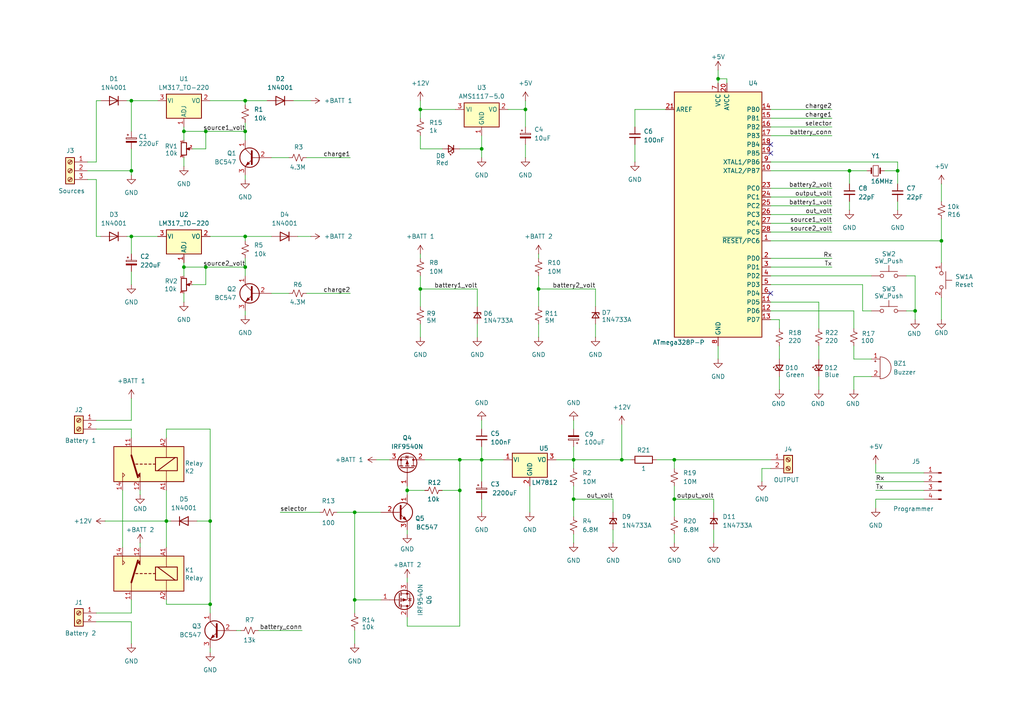
<source format=kicad_sch>
(kicad_sch (version 20231120) (generator "eeschema") (generator_version "8.0")
  (paper "A4")
  (junction (at 38.1 49.53))
  (junction (at 71.12 77.47))
  (junction (at 118.11 142.24))
  (junction (at 195.58 133.35))
  (junction (at 166.37 144.78))
  (junction (at 59.69 38.1))
  (junction (at 71.12 38.1))
  (junction (at 156.21 83.82))
  (junction (at 71.12 68.58))
  (junction (at 139.7 133.35))
  (junction (at 133.35 133.35))
  (junction (at 121.92 31.75))
  (junction (at 195.58 144.78))
  (junction (at 53.34 77.47))
  (junction (at 180.34 133.35))
  (junction (at 71.12 29.21))
  (junction (at 48.26 151.13))
  (junction (at 265.43 90.17))
  (junction (at 60.96 175.26))
  (junction (at 133.35 142.24))
  (junction (at 121.92 83.82))
  (junction (at 260.35 49.53))
  (junction (at 208.28 22.86))
  (junction (at 102.87 173.99))
  (junction (at 59.69 77.47))
  (junction (at 152.4 31.75))
  (junction (at 38.1 29.21))
  (junction (at 38.1 68.58))
  (junction (at 60.96 151.13))
  (junction (at 53.34 38.1))
  (junction (at 166.37 133.35))
  (junction (at 139.7 43.18))
  (junction (at 102.87 148.59))
  (junction (at 246.38 49.53))
  (junction (at 273.05 69.85))
  (no_connect (at 223.52 41.91))
  (no_connect (at 223.52 85.09))
  (no_connect (at 223.52 44.45))
  (wire (pts (xy 48.26 142.24) (xy 48.26 151.13)))
  (wire (pts (xy 265.43 90.17) (xy 265.43 92.71)))
  (wire (pts (xy 262.89 80.01) (xy 265.43 80.01)))
  (wire (pts (xy 195.58 154.94) (xy 195.58 157.48)))
  (wire (pts (xy 247.65 109.22) (xy 247.65 113.03)))
  (wire (pts (xy 208.28 100.33) (xy 208.28 104.14)))
  (wire (pts (xy 48.26 127) (xy 48.26 124.46)))
  (wire (pts (xy 38.1 29.21) (xy 45.72 29.21)))
  (wire (pts (xy 195.58 144.78) (xy 195.58 149.86)))
  (wire (pts (xy 184.15 41.91) (xy 184.15 46.99)))
  (wire (pts (xy 55.88 43.18) (xy 59.69 43.18)))
  (wire (pts (xy 195.58 133.35) (xy 223.52 133.35)))
  (wire (pts (xy 152.4 29.21) (xy 152.4 31.75)))
  (wire (pts (xy 48.26 151.13) (xy 48.26 158.75)))
  (wire (pts (xy 273.05 69.85) (xy 273.05 76.2)))
  (wire (pts (xy 252.73 109.22) (xy 247.65 109.22)))
  (wire (pts (xy 195.58 140.97) (xy 195.58 144.78)))
  (wire (pts (xy 118.11 181.61) (xy 133.35 181.61)))
  (wire (pts (xy 128.27 142.24) (xy 133.35 142.24)))
  (wire (pts (xy 121.92 73.66) (xy 121.92 74.93)))
  (wire (pts (xy 138.43 88.9) (xy 138.43 83.82)))
  (wire (pts (xy 190.5 133.35) (xy 195.58 133.35)))
  (wire (pts (xy 223.52 69.85) (xy 273.05 69.85)))
  (wire (pts (xy 152.4 31.75) (xy 152.4 36.83)))
  (wire (pts (xy 133.35 142.24) (xy 133.35 181.61)))
  (wire (pts (xy 25.4 46.99) (xy 27.94 46.99)))
  (wire (pts (xy 102.87 148.59) (xy 102.87 173.99)))
  (wire (pts (xy 237.49 87.63) (xy 237.49 95.25)))
  (wire (pts (xy 121.92 83.82) (xy 121.92 88.9)))
  (wire (pts (xy 121.92 83.82) (xy 138.43 83.82)))
  (wire (pts (xy 38.1 78.74) (xy 38.1 82.55)))
  (wire (pts (xy 121.92 80.01) (xy 121.92 83.82)))
  (wire (pts (xy 207.01 153.67) (xy 207.01 157.48)))
  (wire (pts (xy 27.94 46.99) (xy 27.94 29.21)))
  (wire (pts (xy 250.19 82.55) (xy 250.19 90.17)))
  (wire (pts (xy 273.05 69.85) (xy 273.05 63.5)))
  (wire (pts (xy 74.93 182.88) (xy 87.63 182.88)))
  (wire (pts (xy 223.52 80.01) (xy 252.73 80.01)))
  (wire (pts (xy 260.35 49.53) (xy 260.35 53.34)))
  (wire (pts (xy 118.11 142.24) (xy 118.11 143.51)))
  (wire (pts (xy 71.12 29.21) (xy 71.12 30.48)))
  (wire (pts (xy 88.9 85.09) (xy 101.6 85.09)))
  (wire (pts (xy 223.52 74.93) (xy 241.3 74.93)))
  (wire (pts (xy 71.12 35.56) (xy 71.12 38.1)))
  (wire (pts (xy 237.49 109.22) (xy 237.49 113.03)))
  (wire (pts (xy 102.87 173.99) (xy 110.49 173.99)))
  (wire (pts (xy 139.7 43.18) (xy 139.7 39.37)))
  (wire (pts (xy 38.1 68.58) (xy 45.72 68.58)))
  (wire (pts (xy 48.26 151.13) (xy 49.53 151.13)))
  (wire (pts (xy 193.04 31.75) (xy 184.15 31.75)))
  (wire (pts (xy 223.52 67.31) (xy 241.3 67.31)))
  (wire (pts (xy 71.12 74.93) (xy 71.12 77.47)))
  (wire (pts (xy 53.34 38.1) (xy 53.34 40.64)))
  (wire (pts (xy 71.12 29.21) (xy 77.47 29.21)))
  (wire (pts (xy 195.58 133.35) (xy 195.58 135.89)))
  (wire (pts (xy 109.22 133.35) (xy 113.03 133.35)))
  (wire (pts (xy 133.35 43.18) (xy 139.7 43.18)))
  (wire (pts (xy 27.94 177.8) (xy 38.1 177.8)))
  (wire (pts (xy 156.21 73.66) (xy 156.21 74.93)))
  (wire (pts (xy 223.52 135.89) (xy 220.98 135.89)))
  (wire (pts (xy 38.1 49.53) (xy 38.1 50.8)))
  (wire (pts (xy 59.69 38.1) (xy 71.12 38.1)))
  (wire (pts (xy 207.01 144.78) (xy 207.01 148.59)))
  (wire (pts (xy 83.82 45.72) (xy 78.74 45.72)))
  (wire (pts (xy 133.35 133.35) (xy 139.7 133.35)))
  (wire (pts (xy 40.64 157.48) (xy 40.64 158.75)))
  (wire (pts (xy 254 144.78) (xy 254 147.32)))
  (wire (pts (xy 166.37 140.97) (xy 166.37 144.78)))
  (wire (pts (xy 78.74 85.09) (xy 83.82 85.09)))
  (wire (pts (xy 166.37 121.92) (xy 166.37 124.46)))
  (wire (pts (xy 60.96 175.26) (xy 60.96 177.8)))
  (wire (pts (xy 139.7 133.35) (xy 139.7 139.7)))
  (wire (pts (xy 267.97 137.16) (xy 254 137.16)))
  (wire (pts (xy 38.1 121.92) (xy 38.1 115.57)))
  (wire (pts (xy 220.98 135.89) (xy 220.98 139.7)))
  (wire (pts (xy 223.52 36.83) (xy 241.3 36.83)))
  (wire (pts (xy 53.34 38.1) (xy 59.69 38.1)))
  (wire (pts (xy 53.34 77.47) (xy 59.69 77.47)))
  (wire (pts (xy 123.19 133.35) (xy 133.35 133.35)))
  (wire (pts (xy 27.94 121.92) (xy 38.1 121.92)))
  (wire (pts (xy 102.87 148.59) (xy 110.49 148.59)))
  (wire (pts (xy 71.12 38.1) (xy 71.12 40.64)))
  (wire (pts (xy 208.28 22.86) (xy 210.82 22.86)))
  (wire (pts (xy 86.36 68.58) (xy 90.17 68.58)))
  (wire (pts (xy 226.06 100.33) (xy 226.06 104.14)))
  (wire (pts (xy 25.4 49.53) (xy 38.1 49.53)))
  (wire (pts (xy 246.38 58.42) (xy 246.38 60.96)))
  (wire (pts (xy 156.21 83.82) (xy 156.21 88.9)))
  (wire (pts (xy 156.21 93.98) (xy 156.21 97.79)))
  (wire (pts (xy 247.65 104.14) (xy 252.73 104.14)))
  (wire (pts (xy 208.28 20.32) (xy 208.28 22.86)))
  (wire (pts (xy 60.96 187.96) (xy 60.96 189.23)))
  (wire (pts (xy 38.1 124.46) (xy 38.1 127)))
  (wire (pts (xy 139.7 121.92) (xy 139.7 124.46)))
  (wire (pts (xy 118.11 140.97) (xy 118.11 142.24)))
  (wire (pts (xy 139.7 43.18) (xy 139.7 45.72)))
  (wire (pts (xy 118.11 153.67) (xy 118.11 154.94)))
  (wire (pts (xy 267.97 139.7) (xy 254 139.7)))
  (wire (pts (xy 57.15 151.13) (xy 60.96 151.13)))
  (wire (pts (xy 267.97 144.78) (xy 254 144.78)))
  (wire (pts (xy 237.49 100.33) (xy 237.49 104.14)))
  (wire (pts (xy 121.92 43.18) (xy 121.92 39.37)))
  (wire (pts (xy 223.52 87.63) (xy 237.49 87.63)))
  (wire (pts (xy 35.56 142.24) (xy 35.56 158.75)))
  (wire (pts (xy 172.72 93.98) (xy 172.72 97.79)))
  (wire (pts (xy 71.12 77.47) (xy 71.12 80.01)))
  (wire (pts (xy 60.96 68.58) (xy 71.12 68.58)))
  (wire (pts (xy 38.1 43.18) (xy 38.1 49.53)))
  (wire (pts (xy 223.52 31.75) (xy 241.3 31.75)))
  (wire (pts (xy 38.1 29.21) (xy 38.1 38.1)))
  (wire (pts (xy 247.65 90.17) (xy 247.65 95.25)))
  (wire (pts (xy 121.92 29.21) (xy 121.92 31.75)))
  (wire (pts (xy 161.29 133.35) (xy 166.37 133.35)))
  (wire (pts (xy 166.37 133.35) (xy 166.37 135.89)))
  (wire (pts (xy 152.4 41.91) (xy 152.4 45.72)))
  (wire (pts (xy 59.69 82.55) (xy 59.69 77.47)))
  (wire (pts (xy 60.96 124.46) (xy 60.96 151.13)))
  (wire (pts (xy 53.34 45.72) (xy 53.34 48.26)))
  (wire (pts (xy 166.37 144.78) (xy 166.37 149.86)))
  (wire (pts (xy 262.89 90.17) (xy 265.43 90.17)))
  (wire (pts (xy 166.37 144.78) (xy 177.8 144.78)))
  (wire (pts (xy 97.79 148.59) (xy 102.87 148.59)))
  (wire (pts (xy 226.06 92.71) (xy 226.06 95.25)))
  (wire (pts (xy 139.7 129.54) (xy 139.7 133.35)))
  (wire (pts (xy 156.21 83.82) (xy 172.72 83.82)))
  (wire (pts (xy 60.96 175.26) (xy 48.26 175.26)))
  (wire (pts (xy 30.48 151.13) (xy 48.26 151.13)))
  (wire (pts (xy 138.43 93.98) (xy 138.43 97.79)))
  (wire (pts (xy 139.7 133.35) (xy 146.05 133.35)))
  (wire (pts (xy 38.1 173.99) (xy 38.1 177.8)))
  (wire (pts (xy 38.1 180.34) (xy 38.1 186.69)))
  (wire (pts (xy 48.26 175.26) (xy 48.26 173.99)))
  (wire (pts (xy 60.96 29.21) (xy 71.12 29.21)))
  (wire (pts (xy 223.52 62.23) (xy 241.3 62.23)))
  (wire (pts (xy 223.52 54.61) (xy 241.3 54.61)))
  (wire (pts (xy 123.19 142.24) (xy 118.11 142.24)))
  (wire (pts (xy 71.12 50.8) (xy 71.12 52.07)))
  (wire (pts (xy 223.52 77.47) (xy 241.3 77.47)))
  (wire (pts (xy 36.83 68.58) (xy 38.1 68.58)))
  (wire (pts (xy 246.38 49.53) (xy 251.46 49.53)))
  (wire (pts (xy 208.28 22.86) (xy 208.28 24.13)))
  (wire (pts (xy 27.94 29.21) (xy 29.21 29.21)))
  (wire (pts (xy 71.12 68.58) (xy 78.74 68.58)))
  (wire (pts (xy 55.88 82.55) (xy 59.69 82.55)))
  (wire (pts (xy 247.65 100.33) (xy 247.65 104.14)))
  (wire (pts (xy 59.69 77.47) (xy 71.12 77.47)))
  (wire (pts (xy 156.21 80.01) (xy 156.21 83.82)))
  (wire (pts (xy 166.37 154.94) (xy 166.37 157.48)))
  (wire (pts (xy 223.52 82.55) (xy 250.19 82.55)))
  (wire (pts (xy 60.96 151.13) (xy 60.96 175.26)))
  (wire (pts (xy 71.12 68.58) (xy 71.12 69.85)))
  (wire (pts (xy 81.28 148.59) (xy 92.71 148.59)))
  (wire (pts (xy 133.35 142.24) (xy 133.35 133.35)))
  (wire (pts (xy 27.94 124.46) (xy 38.1 124.46)))
  (wire (pts (xy 121.92 31.75) (xy 121.92 34.29)))
  (wire (pts (xy 132.08 31.75) (xy 121.92 31.75)))
  (wire (pts (xy 250.19 90.17) (xy 252.73 90.17)))
  (wire (pts (xy 36.83 29.21) (xy 38.1 29.21)))
  (wire (pts (xy 267.97 142.24) (xy 254 142.24)))
  (wire (pts (xy 273.05 58.42) (xy 273.05 53.34)))
  (wire (pts (xy 85.09 29.21) (xy 90.17 29.21)))
  (wire (pts (xy 102.87 182.88) (xy 102.87 186.69)))
  (wire (pts (xy 139.7 144.78) (xy 139.7 148.59)))
  (wire (pts (xy 53.34 85.09) (xy 53.34 87.63)))
  (wire (pts (xy 177.8 144.78) (xy 177.8 148.59)))
  (wire (pts (xy 260.35 49.53) (xy 256.54 49.53)))
  (wire (pts (xy 260.35 58.42) (xy 260.35 60.96)))
  (wire (pts (xy 184.15 31.75) (xy 184.15 36.83)))
  (wire (pts (xy 223.52 46.99) (xy 260.35 46.99)))
  (wire (pts (xy 223.52 49.53) (xy 246.38 49.53)))
  (wire (pts (xy 223.52 64.77) (xy 241.3 64.77)))
  (wire (pts (xy 53.34 77.47) (xy 53.34 80.01)))
  (wire (pts (xy 166.37 129.54) (xy 166.37 133.35)))
  (wire (pts (xy 195.58 144.78) (xy 207.01 144.78)))
  (wire (pts (xy 166.37 133.35) (xy 180.34 133.35)))
  (wire (pts (xy 172.72 83.82) (xy 172.72 88.9)))
  (wire (pts (xy 223.52 92.71) (xy 226.06 92.71)))
  (wire (pts (xy 128.27 43.18) (xy 121.92 43.18)))
  (wire (pts (xy 273.05 86.36) (xy 273.05 92.71)))
  (wire (pts (xy 265.43 80.01) (xy 265.43 90.17)))
  (wire (pts (xy 71.12 90.17) (xy 71.12 91.44)))
  (wire (pts (xy 27.94 52.07) (xy 27.94 68.58)))
  (wire (pts (xy 102.87 173.99) (xy 102.87 177.8)))
  (wire (pts (xy 121.92 93.98) (xy 121.92 97.79)))
  (wire (pts (xy 226.06 109.22) (xy 226.06 113.03)))
  (wire (pts (xy 246.38 49.53) (xy 246.38 53.34)))
  (wire (pts (xy 25.4 52.07) (xy 27.94 52.07)))
  (wire (pts (xy 153.67 140.97) (xy 153.67 148.59)))
  (wire (pts (xy 48.26 124.46) (xy 60.96 124.46)))
  (wire (pts (xy 118.11 181.61) (xy 118.11 179.07)))
  (wire (pts (xy 88.9 45.72) (xy 101.6 45.72)))
  (wire (pts (xy 210.82 22.86) (xy 210.82 24.13)))
  (wire (pts (xy 38.1 68.58) (xy 38.1 73.66)))
  (wire (pts (xy 27.94 68.58) (xy 29.21 68.58)))
  (wire (pts (xy 254 134.62) (xy 254 137.16)))
  (wire (pts (xy 223.52 90.17) (xy 247.65 90.17)))
  (wire (pts (xy 68.58 182.88) (xy 69.85 182.88)))
  (wire (pts (xy 260.35 46.99) (xy 260.35 49.53)))
  (wire (pts (xy 223.52 39.37) (xy 241.3 39.37)))
  (wire (pts (xy 223.52 57.15) (xy 241.3 57.15)))
  (wire (pts (xy 223.52 59.69) (xy 241.3 59.69)))
  (wire (pts (xy 147.32 31.75) (xy 152.4 31.75)))
  (wire (pts (xy 180.34 133.35) (xy 182.88 133.35)))
  (wire (pts (xy 59.69 43.18) (xy 59.69 38.1)))
  (wire (pts (xy 53.34 76.2) (xy 53.34 77.47)))
  (wire (pts (xy 118.11 167.64) (xy 118.11 168.91)))
  (wire (pts (xy 53.34 36.83) (xy 53.34 38.1)))
  (wire (pts (xy 27.94 180.34) (xy 38.1 180.34)))
  (wire (pts (xy 177.8 153.67) (xy 177.8 157.48)))
  (wire (pts (xy 223.52 34.29) (xy 241.3 34.29)))
  (wire (pts (xy 180.34 123.19) (xy 180.34 133.35)))
  (wire (pts (xy 40.64 143.51) (xy 40.64 142.24)))
  (label "Tx" (at 254 142.24 0))
  (label "source2_volt" (at 71.12 77.47 180))
  (label "source2_volt" (at 241.3 67.31 180))
  (label "battery1_volt" (at 241.3 59.69 180))
  (label "battery_conn" (at 241.3 39.37 180))
  (label "selector" (at 81.28 148.59 0))
  (label "battery1_volt" (at 138.43 83.82 180))
  (label "out_volt" (at 241.3 62.23 180))
  (label "charge1" (at 101.6 45.72 180))
  (label "source1_volt" (at 71.12 38.1 180))
  (label "source1_volt" (at 241.3 64.77 180))
  (label "out_volt" (at 177.8 144.78 180))
  (label "charge1" (at 241.3 34.29 180))
  (label "battery_conn" (at 87.63 182.88 180))
  (label "charge2" (at 241.3 31.75 180))
  (label "Tx" (at 241.3 77.47 180))
  (label "battery2_volt" (at 172.72 83.82 180))
  (label "output_volt" (at 241.3 57.15 180))
  (label "charge2" (at 101.6 85.09 180))
  (label "battery2_volt" (at 241.3 54.61 180))
  (label "Rx" (at 254 139.7 0))
  (label "Rx" (at 241.3 74.93 180))
  (label "selector" (at 241.3 36.83 180))
  (label "output_volt" (at 207.01 144.78 180))
  (symbol (lib_id "Connector:Screw_Terminal_01x03") (at 20.32 49.53 0) (mirror y) (unit 1)
    (property "Reference" "J3" (at 21.59 43.688 0) (effects (justify left)))
    (property "Value" "Sources" (at 24.638 55.372 0) (effects (justify left)))
    (property "Footprint" "TerminalBlock:TerminalBlock_bornier-3_P5.08mm" (effects (hide yes)))
    (property "Description" "Generic screw terminal, single row, 01x03, script generated (kicad-library-utils/schlib/autogen/connector/)" (effects (hide yes)))
  )
  (symbol (lib_id "Device:C_Polarized_Small") (at 152.4 39.37 0) (unit 1)
    (property "Reference" "C4" (at 154.94 37.5538 0) (effects (justify left)))
    (property "Value" "10uF" (at 154.94 40.0938 0) (effects (justify left)))
    (property "Footprint" "Capacitor_THT:CP_Radial_D6.3mm_P2.50mm" (effects (hide yes)))
    (property "Description" "Polarized capacitor, small symbol" (effects (hide yes)))
  )
  (symbol (lib_id "power:GND") (at 121.92 97.79 0) (unit 1)
    (property "Reference" "#PWR015" (effects (hide yes)))
    (property "Value" "GND" (at 121.92 102.87 0))
    (property "Description" "Power symbol creates a global label with name \"GND\" , ground" (effects (hide yes)))
  )
  (symbol (lib_id "power:GND") (at 102.87 186.69 0) (unit 1)
    (property "Reference" "#PWR022" (effects (hide yes)))
    (property "Value" "GND" (at 102.87 191.77 0))
    (property "Description" "Power symbol creates a global label with name \"GND\" , ground" (effects (hide yes)))
  )
  (symbol (lib_id "Transistor_BJT:BC547") (at 115.57 148.59 0) (unit 1)
    (property "Reference" "Q5" (at 120.396 150.368 0) (effects (justify left)))
    (property "Value" "BC547" (at 120.65 152.908 0) (effects (justify left)))
    (property "Footprint" "Package_TO_SOT_THT:TO-92_Inline" (effects (hide yes)))
    (property "Datasheet" "https://www.onsemi.com/pub/Collateral/BC550-D.pdf" (effects (hide yes)))
    (property "Description" "0.1A Ic, 45V Vce, Small Signal NPN Transistor, TO-92" (effects (hide yes)))
  )
  (symbol (lib_id "Device:R") (at 186.69 133.35 90) (unit 1)
    (property "Reference" "R21" (at 186.69 130.556 90))
    (property "Value" "1" (at 186.69 135.89 90))
    (property "Footprint" "Resistor_THT:R_Axial_Power_L20.0mm_W6.4mm_P30.48mm" (effects (hide yes)))
    (property "Description" "Resistor" (effects (hide yes)))
  )
  (symbol (lib_id "Regulator_Linear:AMS1117-5.0") (at 139.7 31.75 0) (unit 1)
    (property "Reference" "U3" (at 139.7 25.4 0))
    (property "Value" "AMS1117-5.0" (at 139.7 27.94 0))
    (property "Footprint" "Package_TO_SOT_SMD:SOT-223-3_TabPin2" (effects (hide yes)))
    (property "Datasheet" "http://www.advanced-monolithic.com/pdf/ds1117.pdf" (effects (hide yes)))
    (property "Description" "1A Low Dropout regulator, positive, 5.0V fixed output, SOT-223" (effects (hide yes)))
  )
  (symbol (lib_id "Diode:1N4001") (at 33.02 29.21 180) (unit 1)
    (property "Reference" "D1" (at 33.02 22.86 0))
    (property "Value" "1N4001" (at 33.02 25.4 0))
    (property "Footprint" "Diode_THT:D_DO-41_SOD81_P10.16mm_Horizontal" (effects (hide yes)))
    (property "Datasheet" "http://www.vishay.com/docs/88503/1n4001.pdf" (effects (hide yes)))
    (property "Description" "50V 1A General Purpose Rectifier Diode, DO-41" (effects (hide yes)))
    (property "Sim.Device" "D" (effects (hide yes)))
    (property "Sim.Pins" "1=K 2=A" (effects (hide yes)))
  )
  (symbol (lib_id "power:+BATT") (at 38.1 115.57 0) (unit 1)
    (property "Reference" "#PWR011" (effects (hide yes)))
    (property "Value" "+BATT 1" (at 38.1 110.49 0))
    (property "Description" "Power symbol creates a global label with name \"+BATT\"" (effects (hide yes)))
  )
  (symbol (lib_id "Connector:Screw_Terminal_01x02") (at 22.86 177.8 0) (mirror y) (unit 1)
    (property "Reference" "J1" (at 22.86 174.752 0))
    (property "Value" "Battery 2" (at 23.368 183.642 0))
    (property "Footprint" "TerminalBlock:TerminalBlock_bornier-2_P5.08mm" (effects (hide yes)))
    (property "Description" "Generic screw terminal, single row, 01x02, script generated (kicad-library-utils/schlib/autogen/connector/)" (effects (hide yes)))
  )
  (symbol (lib_id "power:GND") (at 139.7 121.92 180) (unit 1)
    (property "Reference" "#PWR033" (effects (hide yes)))
    (property "Value" "GND" (at 139.7 116.84 0))
    (property "Description" "Power symbol creates a global label with name \"GND\" , ground" (effects (hide yes)))
  )
  (symbol (lib_id "power:GND") (at 152.4 45.72 0) (unit 1)
    (property "Reference" "#PWR029" (effects (hide yes)))
    (property "Value" "GND" (at 152.4 50.8 0))
    (property "Description" "Power symbol creates a global label with name \"GND\" , ground" (effects (hide yes)))
  )
  (symbol (lib_id "power:+5V") (at 152.4 29.21 0) (unit 1)
    (property "Reference" "#PWR031" (effects (hide yes)))
    (property "Value" "+5V" (at 152.4 24.13 0))
    (property "Description" "Power symbol creates a global label with name \"+5V\"" (effects (hide yes)))
  )
  (symbol (lib_id "Switch:SW_Push") (at 257.81 80.01 0) (unit 1)
    (property "Reference" "SW2" (at 257.81 73.66 0))
    (property "Value" "SW_Push" (at 257.81 75.692 0))
    (property "Footprint" "Connector_PinHeader_2.00mm:PinHeader_2x01_P2.00mm_Vertical" (effects (hide yes)))
    (property "Description" "Push button switch, generic, two pins" (effects (hide yes)))
  )
  (symbol (lib_id "power:+BATT") (at 90.17 68.58 270) (unit 1)
    (property "Reference" "#PWR010" (effects (hide yes)))
    (property "Value" "+BATT 2" (at 93.98 68.5799 90) (effects (justify left)))
    (property "Description" "Power symbol creates a global label with name \"+BATT\"" (effects (hide yes)))
  )
  (symbol (lib_id "Device:D_Zener_Small") (at 138.43 91.44 270) (unit 1)
    (property "Reference" "D6" (at 140.208 90.932 90) (effects (justify left)))
    (property "Value" "1N4733A" (at 140.208 92.964 90) (effects (justify left)))
    (property "Footprint" "Diode_THT:D_A-405_P10.16mm_Horizontal" (effects (hide yes)))
    (property "Description" "Zener diode, small symbol" (effects (hide yes)))
  )
  (symbol (lib_id "power:+12V") (at 180.34 123.19 0) (unit 1)
    (property "Reference" "#PWR023" (effects (hide yes)))
    (property "Value" "+12V" (at 180.34 118.11 0))
    (property "Description" "Power symbol creates a global label with name \"+12V\"" (effects (hide yes)))
  )
  (symbol (lib_id "power:+5V") (at 254 134.62 0) (mirror y) (unit 1)
    (property "Reference" "#PWR042" (effects (hide yes)))
    (property "Value" "+5V" (at 254 129.54 0))
    (property "Description" "Power symbol creates a global label with name \"+5V\"" (effects (hide yes)))
  )
  (symbol (lib_id "Switch:SW_Push") (at 257.81 90.17 0) (unit 1)
    (property "Reference" "SW3" (at 257.81 83.82 0))
    (property "Value" "SW_Push" (at 257.81 85.852 0))
    (property "Footprint" "Connector_PinHeader_2.00mm:PinHeader_2x01_P2.00mm_Vertical" (effects (hide yes)))
    (property "Description" "Push button switch, generic, two pins" (effects (hide yes)))
  )
  (symbol (lib_id "Device:C_Polarized_Small") (at 139.7 142.24 0) (unit 1)
    (property "Reference" "C3" (at 142.24 140.4238 0) (effects (justify left)))
    (property "Value" "2200uF" (at 142.748 143.002 0) (effects (justify left)))
    (property "Footprint" "Capacitor_THT:CP_Radial_D6.3mm_P2.50mm" (effects (hide yes)))
    (property "Description" "Polarized capacitor, small symbol" (effects (hide yes)))
  )
  (symbol (lib_id "Device:C_Small") (at 260.35 55.88 0) (unit 1)
    (property "Reference" "C7" (at 262.89 54.6162 0) (effects (justify left)))
    (property "Value" "22pF" (at 262.89 57.1562 0) (effects (justify left)))
    (property "Footprint" "Capacitor_THT:C_Disc_D3.0mm_W1.6mm_P2.50mm" (effects (hide yes)))
    (property "Description" "Unpolarized capacitor, small symbol" (effects (hide yes)))
  )
  (symbol (lib_id "power:GND") (at 153.67 148.59 0) (unit 1)
    (property "Reference" "#PWR048" (effects (hide yes)))
    (property "Value" "GND" (at 153.67 153.67 0))
    (property "Description" "Power symbol creates a global label with name \"GND\" , ground" (effects (hide yes)))
  )
  (symbol (lib_id "Device:R_Small_US") (at 72.39 182.88 90) (unit 1)
    (property "Reference" "R7" (at 72.39 179.832 90))
    (property "Value" "13k" (at 72.39 185.674 90))
    (property "Footprint" "Resistor_THT:R_Axial_DIN0207_L6.3mm_D2.5mm_P10.16mm_Horizontal" (effects (hide yes)))
    (property "Description" "Resistor, small US symbol" (effects (hide yes)))
  )
  (symbol (lib_id "Switch:SW_Push_Dual_x2") (at 273.05 81.28 270) (unit 1)
    (property "Reference" "SW1" (at 279.654 80.264 90))
    (property "Value" "Reset" (at 279.654 82.55 90))
    (property "Footprint" "Button_Switch_THT:SW_PUSH_6mm_H4.3mm" (effects (hide yes)))
    (property "Description" "Push button switch, generic, separate symbols, four pins" (effects (hide yes)))
  )
  (symbol (lib_id "Device:R_Small_US") (at 166.37 152.4 0) (unit 1)
    (property "Reference" "R4" (at 168.91 151.1299 0) (effects (justify left)))
    (property "Value" "6.8M" (at 168.91 153.6699 0) (effects (justify left)))
    (property "Footprint" "Resistor_THT:R_Axial_DIN0207_L6.3mm_D2.5mm_P10.16mm_Horizontal" (effects (hide yes)))
    (property "Description" "Resistor, small US symbol" (effects (hide yes)))
  )
  (symbol (lib_id "power:+BATT") (at 109.22 133.35 90) (unit 1)
    (property "Reference" "#PWR027" (effects (hide yes)))
    (property "Value" "+BATT 1" (at 105.41 133.3499 90) (effects (justify left)))
    (property "Description" "Power symbol creates a global label with name \"+BATT\"" (effects (hide yes)))
  )
  (symbol (lib_id "Transistor_BJT:BC547") (at 73.66 85.09 0) (mirror y) (unit 1)
    (property "Reference" "Q2" (at 68.58 83.8199 0) (effects (justify left)))
    (property "Value" "BC547" (at 68.58 86.3599 0) (effects (justify left)))
    (property "Footprint" "Package_TO_SOT_THT:TO-92_Inline" (effects (hide yes)))
    (property "Datasheet" "https://www.onsemi.com/pub/Collateral/BC550-D.pdf" (effects (hide yes)))
    (property "Description" "0.1A Ic, 45V Vce, Small Signal NPN Transistor, TO-92" (effects (hide yes)))
  )
  (symbol (lib_id "power:GND") (at 53.34 87.63 0) (unit 1)
    (property "Reference" "#PWR06" (effects (hide yes)))
    (property "Value" "GND" (at 53.34 92.71 0))
    (property "Description" "Power symbol creates a global label with name \"GND\" , ground" (effects (hide yes)))
  )
  (symbol (lib_id "Transistor_BJT:BC547") (at 63.5 182.88 0) (mirror y) (unit 1)
    (property "Reference" "Q3" (at 58.42 181.6099 0) (effects (justify left)))
    (property "Value" "BC547" (at 58.42 184.1499 0) (effects (justify left)))
    (property "Footprint" "Package_TO_SOT_THT:TO-92_Inline" (effects (hide yes)))
    (property "Datasheet" "https://www.onsemi.com/pub/Collateral/BC550-D.pdf" (effects (hide yes)))
    (property "Description" "0.1A Ic, 45V Vce, Small Signal NPN Transistor, TO-92" (effects (hide yes)))
  )
  (symbol (lib_id "power:+5V") (at 208.28 20.32 0) (unit 1)
    (property "Reference" "#PWR038" (effects (hide yes)))
    (property "Value" "+5V" (at 208.28 16.51 0))
    (property "Description" "Power symbol creates a global label with name \"+5V\"" (effects (hide yes)))
  )
  (symbol (lib_id "power:GND") (at 38.1 186.69 0) (unit 1)
    (property "Reference" "#PWR08" (effects (hide yes)))
    (property "Value" "GND" (at 38.1 191.77 0))
    (property "Description" "Power symbol creates a global label with name \"GND\" , ground" (effects (hide yes)))
  )
  (symbol (lib_id "Device:Crystal_Small") (at 254 49.53 0) (unit 1)
    (property "Reference" "Y1" (at 254 45.212 0))
    (property "Value" "16MHz" (at 255.778 52.578 0))
    (property "Footprint" "Crystal:Crystal_HC18-U_Vertical" (effects (hide yes)))
    (property "Description" "Two pin crystal, small symbol" (effects (hide yes)))
  )
  (symbol (lib_id "power:GND") (at 260.35 60.96 0) (unit 1)
    (property "Reference" "#PWR037" (effects (hide yes)))
    (property "Value" "GND" (at 260.35 66.04 0))
    (property "Description" "Power symbol creates a global label with name \"GND\" , ground" (effects (hide yes)))
  )
  (symbol (lib_id "Connector:Screw_Terminal_01x02") (at 22.86 121.92 0) (mirror y) (unit 1)
    (property "Reference" "J2" (at 22.86 118.872 0))
    (property "Value" "Battery 1" (at 23.368 127.762 0))
    (property "Footprint" "TerminalBlock:TerminalBlock_bornier-2_P5.08mm" (effects (hide yes)))
    (property "Description" "Generic screw terminal, single row, 01x02, script generated (kicad-library-utils/schlib/autogen/connector/)" (effects (hide yes)))
  )
  (symbol (lib_id "Device:R_Small_US") (at 95.25 148.59 90) (unit 1)
    (property "Reference" "R13" (at 95.25 145.288 90))
    (property "Value" "100" (at 95.25 151.638 90))
    (property "Footprint" "Resistor_THT:R_Axial_DIN0207_L6.3mm_D2.5mm_P10.16mm_Horizontal" (effects (hide yes)))
    (property "Description" "Resistor, small US symbol" (effects (hide yes)))
  )
  (symbol (lib_id "MCU_Microchip_ATmega:ATmega328P-P") (at 208.28 62.23 0) (unit 1)
    (property "Reference" "U4" (at 218.44 24.13 0))
    (property "Value" "ATmega328P-P" (at 196.85 99.314 0))
    (property "Footprint" "Package_DIP:DIP-28_W7.62mm" (effects (hide yes)))
    (property "Datasheet" "http://ww1.microchip.com/downloads/en/DeviceDoc/ATmega328_P%20AVR%20MCU%20with%20picoPower%20Technology%20Data%20Sheet%2040001984A.pdf" (effects (hide yes)))
    (property "Description" "20MHz, 32kB Flash, 2kB SRAM, 1kB EEPROM, DIP-28" (effects (hide yes)))
  )
  (symbol (lib_id "power:GND") (at 184.15 46.99 0) (unit 1)
    (property "Reference" "#PWR034" (effects (hide yes)))
    (property "Value" "GND" (at 184.15 52.07 0))
    (property "Description" "Power symbol creates a global label with name \"GND\" , ground" (effects (hide yes)))
  )
  (symbol (lib_id "power:GND") (at 226.06 113.03 0) (unit 1)
    (property "Reference" "#PWR047" (effects (hide yes)))
    (property "Value" "GND" (at 227.838 117.094 0) (effects (justify right)))
    (property "Description" "Power symbol creates a global label with name \"GND\" , ground" (effects (hide yes)))
  )
  (symbol (lib_id "power:+BATT") (at 90.17 29.21 270) (unit 1)
    (property "Reference" "#PWR09" (effects (hide yes)))
    (property "Value" "+BATT 1" (at 93.98 29.2099 90) (effects (justify left)))
    (property "Description" "Power symbol creates a global label with name \"+BATT\"" (effects (hide yes)))
  )
  (symbol (lib_id "Device:R_Potentiometer_Small") (at 53.34 43.18 0) (unit 1)
    (property "Reference" "RV1" (at 51.562 42.418 0) (effects (justify right)))
    (property "Value" "10k" (at 51.562 44.45 0) (effects (justify right)))
    (property "Footprint" "Potentiometer_THT:Potentiometer_Runtron_RM-065_Vertical" (effects (hide yes)))
    (property "Description" "Potentiometer" (effects (hide yes)))
  )
  (symbol (lib_id "Device:R_Small_US") (at 125.73 142.24 90) (unit 1)
    (property "Reference" "R12" (at 125.984 139.954 90))
    (property "Value" "10k" (at 125.73 144.78 90))
    (property "Footprint" "Resistor_THT:R_Axial_DIN0207_L6.3mm_D2.5mm_P10.16mm_Horizontal" (effects (hide yes)))
    (property "Description" "Resistor, small US symbol" (effects (hide yes)))
  )
  (symbol (lib_id "power:+5V") (at 273.05 53.34 0) (unit 1)
    (property "Reference" "#PWR040" (effects (hide yes)))
    (property "Value" "+5V" (at 273.05 48.26 0))
    (property "Description" "Power symbol creates a global label with name \"+5V\"" (effects (hide yes)))
  )
  (symbol (lib_id "Device:D_Zener_Small") (at 207.01 151.13 270) (unit 1)
    (property "Reference" "D11" (at 209.55 149.8599 90) (effects (justify left)))
    (property "Value" "1N4733A" (at 209.55 152.3999 90) (effects (justify left)))
    (property "Footprint" "Diode_THT:D_A-405_P10.16mm_Horizontal" (effects (hide yes)))
    (property "Description" "Zener diode, small symbol" (effects (hide yes)))
  )
  (symbol (lib_id "power:+12V") (at 121.92 29.21 0) (unit 1)
    (property "Reference" "#PWR030" (effects (hide yes)))
    (property "Value" "+12V" (at 121.92 24.13 0))
    (property "Description" "Power symbol creates a global label with name \"+12V\"" (effects (hide yes)))
  )
  (symbol (lib_id "Device:C_Small") (at 139.7 127 0) (unit 1)
    (property "Reference" "C5" (at 142.24 125.7362 0) (effects (justify left)))
    (property "Value" "100nF" (at 142.24 128.2762 0) (effects (justify left)))
    (property "Footprint" "Capacitor_THT:C_Disc_D3.0mm_W1.6mm_P2.50mm" (effects (hide yes)))
    (property "Description" "Unpolarized capacitor, small symbol" (effects (hide yes)))
  )
  (symbol (lib_id "Device:LED_Small") (at 130.81 43.18 180) (unit 1)
    (property "Reference" "D8" (at 127.762 45.212 0))
    (property "Value" "Red" (at 128.27 47.244 0))
    (property "Footprint" "LED_THT:LED_D3.0mm_Clear" (effects (hide yes)))
    (property "Description" "Light emitting diode, small symbol" (effects (hide yes)))
  )
  (symbol (lib_id "Device:C_Small") (at 184.15 39.37 0) (unit 1)
    (property "Reference" "C6" (at 186.69 38.1062 0) (effects (justify left)))
    (property "Value" "100nF" (at 186.69 40.6462 0) (effects (justify left)))
    (property "Footprint" "Capacitor_THT:C_Disc_D3.0mm_W1.6mm_P2.50mm" (effects (hide yes)))
    (property "Description" "Unpolarized capacitor, small symbol" (effects (hide yes)))
  )
  (symbol (lib_id "power:+BATT") (at 156.21 73.66 0) (unit 1)
    (property "Reference" "#PWR020" (effects (hide yes)))
    (property "Value" "+BATT 2" (at 156.21 68.58 0))
    (property "Description" "Power symbol creates a global label with name \"+BATT\"" (effects (hide yes)))
  )
  (symbol (lib_id "Device:R_Small_US") (at 156.21 91.44 0) (unit 1)
    (property "Reference" "R11" (at 157.988 90.932 0) (effects (justify left)))
    (property "Value" "5M" (at 157.988 92.964 0) (effects (justify left)))
    (property "Footprint" "Resistor_THT:R_Axial_DIN0207_L6.3mm_D2.5mm_P10.16mm_Horizontal" (effects (hide yes)))
    (property "Description" "Resistor, small US symbol" (effects (hide yes)))
  )
  (symbol (lib_id "Device:C_Polarized_Small") (at 38.1 76.2 0) (unit 1)
    (property "Reference" "C2" (at 40.64 74.3838 0) (effects (justify left)))
    (property "Value" "220uF" (at 40.64 76.9238 0) (effects (justify left)))
    (property "Footprint" "Capacitor_THT:CP_Radial_D6.3mm_P2.50mm" (effects (hide yes)))
    (property "Description" "Polarized capacitor, small symbol" (effects (hide yes)))
  )
  (symbol (lib_id "Device:R_Small_US") (at 71.12 72.39 0) (unit 1)
    (property "Reference" "R5" (at 73.66 71.1199 0) (effects (justify left)))
    (property "Value" "10k" (at 73.66 73.6599 0) (effects (justify left)))
    (property "Footprint" "Resistor_THT:R_Axial_DIN0207_L6.3mm_D2.5mm_P10.16mm_Horizontal" (effects (hide yes)))
    (property "Description" "Resistor, small US symbol" (effects (hide yes)))
  )
  (symbol (lib_id "Device:R_Small_US") (at 71.12 33.02 0) (unit 1)
    (property "Reference" "R1" (at 73.66 31.7499 0) (effects (justify left)))
    (property "Value" "10k" (at 73.66 34.2899 0) (effects (justify left)))
    (property "Footprint" "Resistor_THT:R_Axial_DIN0207_L6.3mm_D2.5mm_P10.16mm_Horizontal" (effects (hide yes)))
    (property "Description" "Resistor, small US symbol" (effects (hide yes)))
  )
  (symbol (lib_id "Regulator_Linear:LM7812_TO220") (at 153.67 133.35 0) (unit 1)
    (property "Reference" "U5" (at 157.734 130.048 0))
    (property "Value" "LM7812" (at 157.988 139.954 0))
    (property "Footprint" "Package_TO_SOT_THT:TO-220-3_Vertical" (effects (hide yes)))
    (property "Datasheet" "https://www.onsemi.cn/PowerSolutions/document/MC7800-D.PDF" (effects (hide yes)))
    (property "Description" "Positive 1A 35V Linear Regulator, Fixed Output 12V, TO-220" (effects (hide yes)))
  )
  (symbol (lib_id "Device:R_Small_US") (at 226.06 97.79 0) (unit 1)
    (property "Reference" "R18" (at 228.6 96.5199 0) (effects (justify left)))
    (property "Value" "220" (at 228.6 98.806 0) (effects (justify left)))
    (property "Footprint" "Resistor_THT:R_Axial_DIN0207_L6.3mm_D2.5mm_P10.16mm_Horizontal" (effects (hide yes)))
    (property "Description" "Resistor, small US symbol" (effects (hide yes)))
  )
  (symbol (lib_id "power:GND") (at 60.96 189.23 0) (unit 1)
    (property "Reference" "#PWR014" (effects (hide yes)))
    (property "Value" "GND" (at 60.96 194.31 0))
    (property "Description" "Power symbol creates a global label with name \"GND\" , ground" (effects (hide yes)))
  )
  (symbol (lib_id "power:GND") (at 195.58 157.48 0) (unit 1)
    (property "Reference" "#PWR04" (effects (hide yes)))
    (property "Value" "GND" (at 195.58 162.56 0))
    (property "Description" "Power symbol creates a global label with name \"GND\" , ground" (effects (hide yes)))
  )
  (symbol (lib_id "Relay:Relay_SPDT") (at 43.18 166.37 0) (mirror y) (unit 1)
    (property "Reference" "K1" (at 53.594 165.354 0) (effects (justify right)))
    (property "Value" "Relay" (at 53.594 167.64 0) (effects (justify right)))
    (property "Footprint" "Relay_THT:Relay_SPDT_Finder_36.11" (effects (hide yes)))
    (property "Description" "Monostable Relay SPDT, EN50005" (effects (hide yes)))
  )
  (symbol (lib_id "Device:R_Small_US") (at 121.92 91.44 0) (unit 1)
    (property "Reference" "R9" (at 123.698 90.932 0) (effects (justify left)))
    (property "Value" "5M" (at 123.698 92.964 0) (effects (justify left)))
    (property "Footprint" "Resistor_THT:R_Axial_DIN0207_L6.3mm_D2.5mm_P10.16mm_Horizontal" (effects (hide yes)))
    (property "Description" "Resistor, small US symbol" (effects (hide yes)))
  )
  (symbol (lib_id "Transistor_FET:IRF9540N") (at 118.11 135.89 270) (mirror x) (unit 1)
    (property "Reference" "Q4" (at 118.11 127 90))
    (property "Value" "IRF9540N" (at 118.11 129.54 90))
    (property "Footprint" "Package_TO_SOT_THT:TO-220-3_Vertical" (effects (hide yes)))
    (property "Datasheet" "http://www.irf.com/product-info/datasheets/data/irf9540n.pdf" (effects (hide yes)))
    (property "Description" "-23A Id, -100V Vds, 117mOhm Rds, P-Channel HEXFET Power MOSFET, TO-220" (effects (hide yes)))
  )
  (symbol (lib_id "Regulator_Linear:LM317_TO-220") (at 53.34 68.58 0) (unit 1)
    (property "Reference" "U2" (at 53.34 62.23 0))
    (property "Value" "LM317_TO-220" (at 53.34 64.77 0))
    (property "Footprint" "Package_TO_SOT_THT:TO-220-3_Vertical" (effects (hide yes)))
    (property "Datasheet" "http://www.ti.com/lit/ds/symlink/lm317.pdf" (effects (hide yes)))
    (property "Description" "1.5A 35V Adjustable Linear Regulator, TO-220" (effects (hide yes)))
  )
  (symbol (lib_id "Regulator_Linear:LM317_TO-220") (at 53.34 29.21 0) (unit 1)
    (property "Reference" "U1" (at 53.34 22.86 0))
    (property "Value" "LM317_TO-220" (at 53.34 25.4 0))
    (property "Footprint" "Package_TO_SOT_THT:TO-220-3_Vertical" (effects (hide yes)))
    (property "Datasheet" "http://www.ti.com/lit/ds/symlink/lm317.pdf" (effects (hide yes)))
    (property "Description" "1.5A 35V Adjustable Linear Regulator, TO-220" (effects (hide yes)))
  )
  (symbol (lib_id "Device:R_Small_US") (at 86.36 45.72 90) (unit 1)
    (property "Reference" "R3" (at 86.614 42.672 90))
    (property "Value" "4.3M" (at 86.36 48.514 90))
    (property "Footprint" "Resistor_THT:R_Axial_DIN0207_L6.3mm_D2.5mm_P10.16mm_Horizontal" (effects (hide yes)))
    (property "Description" "Resistor, small US symbol" (effects (hide yes)))
  )
  (symbol (lib_id "Device:C_Polarized_Small") (at 166.37 127 180) (unit 1)
    (property "Reference" "C9" (at 172.212 125.984 0) (effects (justify left)))
    (property "Value" "100uF" (at 175.514 128.27 0) (effects (justify left)))
    (property "Footprint" "Capacitor_THT:CP_Radial_D6.3mm_P2.50mm" (effects (hide yes)))
    (property "Description" "Polarized capacitor, small symbol" (effects (hide yes)))
  )
  (symbol (lib_id "power:+BATT") (at 118.11 167.64 0) (unit 1)
    (property "Reference" "#PWR026" (effects (hide yes)))
    (property "Value" "+BATT 2" (at 118.11 163.83 0))
    (property "Description" "Power symbol creates a global label with name \"+BATT\"" (effects (hide yes)))
  )
  (symbol (lib_id "power:GND") (at 38.1 82.55 0) (unit 1)
    (property "Reference" "#PWR05" (effects (hide yes)))
    (property "Value" "GND" (at 38.1 87.63 0))
    (property "Description" "Power symbol creates a global label with name \"GND\" , ground" (effects (hide yes)))
  )
  (symbol (lib_id "Device:D_Zener_Small") (at 177.8 151.13 270) (unit 1)
    (property "Reference" "D9" (at 180.34 149.8599 90) (effects (justify left)))
    (property "Value" "1N4733A" (at 180.34 152.3999 90) (effects (justify left)))
    (property "Footprint" "Diode_THT:D_A-405_P10.16mm_Horizontal" (effects (hide yes)))
    (property "Description" "Zener diode, small symbol" (effects (hide yes)))
  )
  (symbol (lib_id "power:GND") (at 156.21 97.79 0) (unit 1)
    (property "Reference" "#PWR017" (effects (hide yes)))
    (property "Value" "GND" (at 156.21 102.87 0))
    (property "Description" "Power symbol creates a global label with name \"GND\" , ground" (effects (hide yes)))
  )
  (symbol (lib_id "power:GND") (at 138.43 97.79 0) (unit 1)
    (property "Reference" "#PWR016" (effects (hide yes)))
    (property "Value" "GND" (at 138.43 102.87 0))
    (property "Description" "Power symbol creates a global label with name \"GND\" , ground" (effects (hide yes)))
  )
  (symbol (lib_id "power:GND") (at 40.64 143.51 0) (unit 1)
    (property "Reference" "#PWR012" (effects (hide yes)))
    (property "Value" "GND" (at 40.64 147.574 0))
    (property "Description" "Power symbol creates a global label with name \"GND\" , ground" (effects (hide yes)))
  )
  (symbol (lib_id "Device:D_Zener_Small") (at 172.72 91.44 270) (unit 1)
    (property "Reference" "D7" (at 174.498 90.678 90) (effects (justify left)))
    (property "Value" "1N4733A" (at 174.498 92.71 90) (effects (justify left)))
    (property "Footprint" "Diode_THT:D_A-405_P10.16mm_Horizontal" (effects (hide yes)))
    (property "Description" "Zener diode, small symbol" (effects (hide yes)))
  )
  (symbol (lib_id "Diode:1N4001") (at 82.55 68.58 180) (unit 1)
    (property "Reference" "D4" (at 82.55 62.23 0))
    (property "Value" "1N4001" (at 82.55 64.77 0))
    (property "Footprint" "Diode_THT:D_DO-41_SOD81_P10.16mm_Horizontal" (effects (hide yes)))
    (property "Datasheet" "http://www.vishay.com/docs/88503/1n4001.pdf" (effects (hide yes)))
    (property "Description" "50V 1A General Purpose Rectifier Diode, DO-41" (effects (hide yes)))
    (property "Sim.Device" "D" (effects (hide yes)))
    (property "Sim.Pins" "1=K 2=A" (effects (hide yes)))
  )
  (symbol (lib_id "power:GND") (at 53.34 48.26 0) (unit 1)
    (property "Reference" "#PWR02" (effects (hide yes)))
    (property "Value" "GND" (at 53.34 53.34 0))
    (property "Description" "Power symbol creates a global label with name \"GND\" , ground" (effects (hide yes)))
  )
  (symbol (lib_id "Device:Buzzer") (at 255.27 106.68 0) (unit 1)
    (property "Reference" "BZ1" (at 259.08 105.4099 0) (effects (justify left)))
    (property "Value" "Buzzer" (at 259.08 107.9499 0) (effects (justify left)))
    (property "Footprint" "Buzzer_Beeper:Buzzer_12x9.5RM7.6" (effects (hide yes)))
    (property "Description" "Buzzer, polarized" (effects (hide yes)))
  )
  (symbol (lib_id "power:GND") (at 237.49 113.03 0) (unit 1)
    (property "Reference" "#PWR051" (effects (hide yes)))
    (property "Value" "GND" (at 239.268 117.094 0) (effects (justify right)))
    (property "Description" "Power symbol creates a global label with name \"GND\" , ground" (effects (hide yes)))
  )
  (symbol (lib_id "power:GND") (at 254 147.32 0) (mirror y) (unit 1)
    (property "Reference" "#PWR041" (effects (hide yes)))
    (property "Value" "GND" (at 254 152.4 0))
    (property "Description" "Power symbol creates a global label with name \"GND\" , ground" (effects (hide yes)))
  )
  (symbol (lib_id "power:GND") (at 208.28 104.14 0) (unit 1)
    (property "Reference" "#PWR035" (effects (hide yes)))
    (property "Value" "GND" (at 208.28 109.22 0))
    (property "Description" "Power symbol creates a global label with name \"GND\" , ground" (effects (hide yes)))
  )
  (symbol (lib_id "Device:R_Small_US") (at 102.87 180.34 0) (unit 1)
    (property "Reference" "R14" (at 104.902 179.832 0) (effects (justify left)))
    (property "Value" "10k" (at 104.902 181.864 0) (effects (justify left)))
    (property "Footprint" "Resistor_THT:R_Axial_DIN0207_L6.3mm_D2.5mm_P10.16mm_Horizontal" (effects (hide yes)))
    (property "Description" "Resistor, small US symbol" (effects (hide yes)))
  )
  (symbol (lib_id "Device:R_Small_US") (at 195.58 138.43 0) (unit 1)
    (property "Reference" "R19" (at 198.12 137.1599 0) (effects (justify left)))
    (property "Value" "10M" (at 198.12 139.6999 0) (effects (justify left)))
    (property "Footprint" "Resistor_THT:R_Axial_DIN0207_L6.3mm_D2.5mm_P10.16mm_Horizontal" (effects (hide yes)))
    (property "Description" "Resistor, small US symbol" (effects (hide yes)))
  )
  (symbol (lib_id "Device:R_Small_US") (at 237.49 97.79 0) (unit 1)
    (property "Reference" "R22" (at 239.268 96.52 0) (effects (justify left)))
    (property "Value" "220" (at 239.268 98.806 0) (effects (justify left)))
    (property "Footprint" "Resistor_THT:R_Axial_DIN0207_L6.3mm_D2.5mm_P10.16mm_Horizontal" (effects (hide yes)))
    (property "Description" "Resistor, small US symbol" (effects (hide yes)))
  )
  (symbol (lib_id "power:GND") (at 207.01 157.48 0) (unit 1)
    (property "Reference" "#PWR050" (effects (hide yes)))
    (property "Value" "GND" (at 207.01 162.56 0))
    (property "Description" "Power symbol creates a global label with name \"GND\" , ground" (effects (hide yes)))
  )
  (symbol (lib_id "power:GND") (at 177.8 157.48 0) (unit 1)
    (property "Reference" "#PWR044" (effects (hide yes)))
    (property "Value" "GND" (at 177.8 162.56 0))
    (property "Description" "Power symbol creates a global label with name \"GND\" , ground" (effects (hide yes)))
  )
  (symbol (lib_id "power:GND") (at 246.38 60.96 0) (unit 1)
    (property "Reference" "#PWR036" (effects (hide yes)))
    (property "Value" "GND" (at 246.38 66.04 0))
    (property "Description" "Power symbol creates a global label with name \"GND\" , ground" (effects (hide yes)))
  )
  (symbol (lib_id "power:GND") (at 247.65 113.03 0) (unit 1)
    (property "Reference" "#PWR046" (effects (hide yes)))
    (property "Value" "GND" (at 249.428 117.094 0) (effects (justify right)))
    (property "Description" "Power symbol creates a global label with name \"GND\" , ground" (effects (hide yes)))
  )
  (symbol (lib_id "Diode:1N4001") (at 53.34 151.13 0) (unit 1)
    (property "Reference" "D5" (at 53.34 144.78 0))
    (property "Value" "1N4001" (at 53.34 147.32 0))
    (property "Footprint" "Diode_THT:D_DO-41_SOD81_P10.16mm_Horizontal" (effects (hide yes)))
    (property "Datasheet" "http://www.vishay.com/docs/88503/1n4001.pdf" (effects (hide yes)))
    (property "Description" "50V 1A General Purpose Rectifier Diode, DO-41" (effects (hide yes)))
    (property "Sim.Device" "D" (effects (hide yes)))
    (property "Sim.Pins" "1=K 2=A" (effects (hide yes)))
  )
  (symbol (lib_id "power:GND") (at 139.7 148.59 0) (unit 1)
    (property "Reference" "#PWR025" (effects (hide yes)))
    (property "Value" "GND" (at 139.7 153.67 0))
    (property "Description" "Power symbol creates a global label with name \"GND\" , ground" (effects (hide yes)))
  )
  (symbol (lib_id "Diode:1N4001") (at 81.28 29.21 180) (unit 1)
    (property "Reference" "D2" (at 81.28 22.86 0))
    (property "Value" "1N4001" (at 81.28 25.4 0))
    (property "Footprint" "Diode_THT:D_DO-41_SOD81_P10.16mm_Horizontal" (effects (hide yes)))
    (property "Datasheet" "http://www.vishay.com/docs/88503/1n4001.pdf" (effects (hide yes)))
    (property "Description" "50V 1A General Purpose Rectifier Diode, DO-41" (effects (hide yes)))
    (property "Sim.Device" "D" (effects (hide yes)))
    (property "Sim.Pins" "1=K 2=A" (effects (hide yes)))
  )
  (symbol (lib_id "power:GND") (at 118.11 154.94 0) (unit 1)
    (property "Reference" "#PWR021" (effects (hide yes)))
    (property "Value" "GND" (at 118.11 159.258 0))
    (property "Description" "Power symbol creates a global label with name \"GND\" , ground" (effects (hide yes)))
  )
  (symbol (lib_id "power:GND") (at 71.12 52.07 0) (unit 1)
    (property "Reference" "#PWR01" (effects (hide yes)))
    (property "Value" "GND" (at 71.12 57.15 0))
    (property "Description" "Power symbol creates a global label with name \"GND\" , ground" (effects (hide yes)))
  )
  (symbol (lib_id "Diode:1N4001") (at 33.02 68.58 180) (unit 1)
    (property "Reference" "D3" (at 33.02 62.23 0))
    (property "Value" "1N4001" (at 33.02 64.77 0))
    (property "Footprint" "Diode_THT:D_DO-41_SOD81_P10.16mm_Horizontal" (effects (hide yes)))
    (property "Datasheet" "http://www.vishay.com/docs/88503/1n4001.pdf" (effects (hide yes)))
    (property "Description" "50V 1A General Purpose Rectifier Diode, DO-41" (effects (hide yes)))
    (property "Sim.Device" "D" (effects (hide yes)))
    (property "Sim.Pins" "1=K 2=A" (effects (hide yes)))
  )
  (symbol (lib_id "Device:R_Small_US") (at 273.05 60.96 180) (unit 1)
    (property "Reference" "R16" (at 278.638 62.23 0) (effects (justify left)))
    (property "Value" "10k" (at 278.384 59.944 0) (effects (justify left)))
    (property "Footprint" "Resistor_THT:R_Axial_DIN0207_L6.3mm_D2.5mm_P10.16mm_Horizontal" (effects (hide yes)))
    (property "Description" "Resistor, small US symbol" (effects (hide yes)))
  )
  (symbol (lib_id "power:+BATT") (at 40.64 157.48 0) (unit 1)
    (property "Reference" "#PWR013" (effects (hide yes)))
    (property "Value" "+BATT 2" (at 40.64 153.67 0))
    (property "Description" "Power symbol creates a global label with name \"+BATT\"" (effects (hide yes)))
  )
  (symbol (lib_id "power:GND") (at 220.98 139.7 0) (unit 1)
    (property "Reference" "#PWR032" (effects (hide yes)))
    (property "Value" "GND" (at 220.98 144.78 0))
    (property "Description" "Power symbol creates a global label with name \"GND\" , ground" (effects (hide yes)))
  )
  (symbol (lib_id "Connector:Screw_Terminal_01x02") (at 228.6 133.35 0) (unit 1)
    (property "Reference" "J4" (at 228.6 130.302 0))
    (property "Value" "OUTPUT" (at 228.092 139.192 0))
    (property "Footprint" "TerminalBlock:TerminalBlock_bornier-2_P5.08mm" (effects (hide yes)))
    (property "Description" "Generic screw terminal, single row, 01x02, script generated (kicad-library-utils/schlib/autogen/connector/)" (effects (hide yes)))
  )
  (symbol (lib_id "Device:C_Small") (at 246.38 55.88 0) (unit 1)
    (property "Reference" "C8" (at 248.92 54.6162 0) (effects (justify left)))
    (property "Value" "22pF" (at 248.92 57.1562 0) (effects (justify left)))
    (property "Footprint" "Capacitor_THT:C_Disc_D3.0mm_W1.6mm_P2.50mm" (effects (hide yes)))
    (property "Description" "Unpolarized capacitor, small symbol" (effects (hide yes)))
  )
  (symbol (lib_id "Device:R_Small_US") (at 156.21 77.47 0) (unit 1)
    (property "Reference" "R10" (at 158.75 76.1999 0) (effects (justify left)))
    (property "Value" "10M" (at 158.75 78.7399 0) (effects (justify left)))
    (property "Footprint" "Resistor_THT:R_Axial_DIN0207_L6.3mm_D2.5mm_P10.16mm_Horizontal" (effects (hide yes)))
    (property "Description" "Resistor, small US symbol" (effects (hide yes)))
  )
  (symbol (lib_id "power:+BATT") (at 121.92 73.66 0) (unit 1)
    (property "Reference" "#PWR019" (effects (hide yes)))
    (property "Value" "+BATT 1" (at 121.92 68.58 0))
    (property "Description" "Power symbol creates a global label with name \"+BATT\"" (effects (hide yes)))
  )
  (symbol (lib_id "Device:LED_Small") (at 226.06 106.68 90) (unit 1)
    (property "Reference" "D10" (at 229.616 106.68 90))
    (property "Value" "Green" (at 230.632 108.712 90))
    (property "Footprint" "LED_THT:LED_D3.0mm_Clear" (effects (hide yes)))
    (property "Description" "Light emitting diode, small symbol" (effects (hide yes)))
  )
  (symbol (lib_id "power:+12V") (at 30.48 151.13 90) (unit 1)
    (property "Reference" "#PWR024" (effects (hide yes)))
    (property "Value" "+12V" (at 26.67 151.1299 90) (effects (justify left)))
    (property "Description" "Power symbol creates a global label with name \"+12V\"" (effects (hide yes)))
  )
  (symbol (lib_id "Transistor_FET:IRF9540N") (at 115.57 173.99 0) (mirror x) (unit 1)
    (property "Reference" "Q6" (at 124.46 173.99 90))
    (property "Value" "IRF9540N" (at 121.92 173.99 90))
    (property "Footprint" "Package_TO_SOT_THT:TO-220-3_Vertical" (effects (hide yes)))
    (property "Datasheet" "http://www.irf.com/product-info/datasheets/data/irf9540n.pdf" (effects (hide yes)))
    (property "Description" "-23A Id, -100V Vds, 117mOhm Rds, P-Channel HEXFET Power MOSFET, TO-220" (effects (hide yes)))
  )
  (symbol (lib_id "power:GND") (at 139.7 45.72 0) (unit 1)
    (property "Reference" "#PWR028" (effects (hide yes)))
    (property "Value" "GND" (at 139.7 50.8 0))
    (property "Description" "Power symbol creates a global label with name \"GND\" , ground" (effects (hide yes)))
  )
  (symbol (lib_id "Device:R_Small_US") (at 86.36 85.09 90) (unit 1)
    (property "Reference" "R6" (at 86.36 82.55 90))
    (property "Value" "4.3M" (at 86.36 87.63 90))
    (property "Footprint" "Resistor_THT:R_Axial_DIN0207_L6.3mm_D2.5mm_P10.16mm_Horizontal" (effects (hide yes)))
    (property "Description" "Resistor, small US symbol" (effects (hide yes)))
  )
  (symbol (lib_id "power:GND") (at 265.43 92.71 0) (unit 1)
    (property "Reference" "#PWR045" (effects (hide yes)))
    (property "Value" "GND" (at 267.208 96.774 0) (effects (justify right)))
    (property "Description" "Power symbol creates a global label with name \"GND\" , ground" (effects (hide yes)))
  )
  (symbol (lib_id "Device:LED_Small") (at 237.49 106.68 90) (unit 1)
    (property "Reference" "D12" (at 241.046 106.68 90))
    (property "Value" "Blue" (at 241.3 108.712 90))
    (property "Footprint" "LED_THT:LED_D3.0mm_Clear" (effects (hide yes)))
    (property "Description" "Light emitting diode, small symbol" (effects (hide yes)))
  )
  (symbol (lib_id "Relay:Relay_SPDT") (at 43.18 134.62 180) (unit 1)
    (property "Reference" "K2" (at 53.594 136.652 0) (effects (justify right)))
    (property "Value" "Relay" (at 53.594 134.366 0) (effects (justify right)))
    (property "Footprint" "Relay_THT:Relay_SPDT_Finder_36.11" (effects (hide yes)))
    (property "Description" "Monostable Relay SPDT, EN50005" (effects (hide yes)))
  )
  (symbol (lib_id "Connector:Conn_01x04_Pin") (at 273.05 139.7 0) (mirror y) (unit 1)
    (property "Reference" "J5" (at 265.684 133.858 0))
    (property "Value" "Programmer" (at 264.922 147.574 0))
    (property "Footprint" "Connector_PinHeader_2.54mm:PinHeader_1x04_P2.54mm_Vertical" (effects (hide yes)))
    (property "Description" "Generic connector, single row, 01x04, script generated" (effects (hide yes)))
  )
  (symbol (lib_id "power:GND") (at 172.72 97.79 0) (unit 1)
    (property "Reference" "#PWR018" (effects (hide yes)))
    (property "Value" "GND" (at 172.72 102.87 0))
    (property "Description" "Power symbol creates a global label with name \"GND\" , ground" (effects (hide yes)))
  )
  (symbol (lib_id "power:GND") (at 166.37 157.48 0) (unit 1)
    (property "Reference" "#PWR043" (effects (hide yes)))
    (property "Value" "GND" (at 166.37 162.56 0))
    (property "Description" "Power symbol creates a global label with name \"GND\" , ground" (effects (hide yes)))
  )
  (symbol (lib_id "Device:R_Small_US") (at 121.92 36.83 0) (unit 1)
    (property "Reference" "R15" (at 124.46 35.5599 0) (effects (justify left)))
    (property "Value" "1k" (at 124.46 37.846 0) (effects (justify left)))
    (property "Footprint" "Resistor_THT:R_Axial_DIN0207_L6.3mm_D2.5mm_P10.16mm_Horizontal" (effects (hide yes)))
    (property "Description" "Resistor, small US symbol" (effects (hide yes)))
  )
  (symbol (lib_id "power:GND") (at 71.12 91.44 0) (unit 1)
    (property "Reference" "#PWR07" (effects (hide yes)))
    (property "Value" "GND" (at 71.12 96.52 0))
    (property "Description" "Power symbol creates a global label with name \"GND\" , ground" (effects (hide yes)))
  )
  (symbol (lib_id "Device:R_Small_US") (at 247.65 97.79 0) (unit 1)
    (property "Reference" "R17" (at 249.936 96.774 0) (effects (justify left)))
    (property "Value" "100" (at 249.682 98.806 0) (effects (justify left)))
    (property "Footprint" "Resistor_THT:R_Axial_DIN0207_L6.3mm_D2.5mm_P10.16mm_Horizontal" (effects (hide yes)))
    (property "Description" "Resistor, small US symbol" (effects (hide yes)))
  )
  (symbol (lib_id "Device:C_Polarized_Small") (at 38.1 40.64 0) (unit 1)
    (property "Reference" "C1" (at 40.132 39.624 0) (effects (justify left)))
    (property "Value" "220uF" (at 40.132 41.656 0) (effects (justify left)))
    (property "Footprint" "Capacitor_THT:CP_Radial_D6.3mm_P2.50mm" (effects (hide yes)))
    (property "Description" "Polarized capacitor, small symbol" (effects (hide yes)))
  )
  (symbol (lib_id "Device:R_Small_US") (at 121.92 77.47 0) (unit 1)
    (property "Reference" "R8" (at 124.46 76.1999 0) (effects (justify left)))
    (property "Value" "10M" (at 124.46 78.7399 0) (effects (justify left)))
    (property "Footprint" "Resistor_THT:R_Axial_DIN0207_L6.3mm_D2.5mm_P10.16mm_Horizontal" (effects (hide yes)))
    (property "Description" "Resistor, small US symbol" (effects (hide yes)))
  )
  (symbol (lib_id "Transistor_BJT:BC547") (at 73.66 45.72 0) (mirror y) (unit 1)
    (property "Reference" "Q1" (at 68.58 44.4499 0) (effects (justify left)))
    (property "Value" "BC547" (at 68.58 46.9899 0) (effects (justify left)))
    (property "Footprint" "Package_TO_SOT_THT:TO-92_Inline" (effects (hide yes)))
    (property "Datasheet" "https://www.onsemi.com/pub/Collateral/BC550-D.pdf" (effects (hide yes)))
    (property "Description" "0.1A Ic, 45V Vce, Small Signal NPN Transistor, TO-92" (effects (hide yes)))
  )
  (symbol (lib_id "Device:R_Small_US") (at 166.37 138.43 0) (unit 1)
    (property "Reference" "R2" (at 168.91 137.1599 0) (effects (justify left)))
    (property "Value" "10M" (at 168.91 139.6999 0) (effects (justify left)))
    (property "Footprint" "Resistor_THT:R_Axial_DIN0207_L6.3mm_D2.5mm_P10.16mm_Horizontal" (effects (hide yes)))
    (property "Description" "Resistor, small US symbol" (effects (hide yes)))
  )
  (symbol (lib_id "Device:R_Potentiometer_Small") (at 53.34 82.55 0) (unit 1)
    (property "Reference" "RV2" (at 51.562 81.534 0) (effects (justify right)))
    (property "Value" "10k" (at 51.308 83.82 0) (effects (justify right)))
    (property "Footprint" "Potentiometer_THT:Potentiometer_Runtron_RM-065_Vertical" (effects (hide yes)))
    (property "Description" "Potentiometer" (effects (hide yes)))
  )
  (symbol (lib_id "power:GND") (at 166.37 121.92 180) (unit 1)
    (property "Reference" "#PWR049" (effects (hide yes)))
    (property "Value" "GND" (at 166.37 116.84 0))
    (property "Description" "Power symbol creates a global label with name \"GND\" , ground" (effects (hide yes)))
  )
  (symbol (lib_id "power:GND") (at 38.1 50.8 0) (unit 1)
    (property "Reference" "#PWR03" (effects (hide yes)))
    (property "Value" "GND" (at 38.1 55.88 0))
    (property "Description" "Power symbol creates a global label with name \"GND\" , ground" (effects (hide yes)))
  )
  (symbol (lib_id "Device:R_Small_US") (at 195.58 152.4 0) (unit 1)
    (property "Reference" "R20" (at 198.12 151.1299 0) (effects (justify left)))
    (property "Value" "6.8M" (at 198.12 153.6699 0) (effects (justify left)))
    (property "Footprint" "Resistor_THT:R_Axial_DIN0207_L6.3mm_D2.5mm_P10.16mm_Horizontal" (effects (hide yes)))
    (property "Description" "Resistor, small US symbol" (effects (hide yes)))
  )
  (symbol (lib_id "power:GND") (at 273.05 92.71 0) (unit 1)
    (property "Reference" "#PWR039" (effects (hide yes)))
    (property "Value" "GND" (at 275.082 96.52 0) (effects (justify right)))
    (property "Description" "Power symbol creates a global label with name \"GND\" , ground" (effects (hide yes)))
  )
)
</source>
